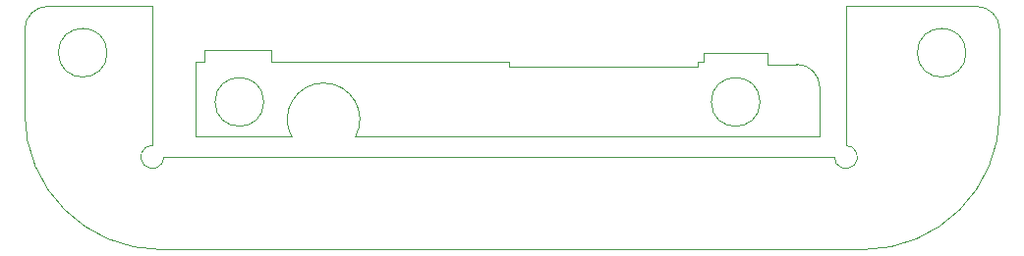
<source format=gm1>
%TF.GenerationSoftware,KiCad,Pcbnew,(5.1.6)-1*%
%TF.CreationDate,2020-06-21T21:40:31-07:00*%
%TF.ProjectId,FP_DMMG_IPS_Bracket,46505f44-4d4d-4475-9f49-50535f427261,rev?*%
%TF.SameCoordinates,Original*%
%TF.FileFunction,Profile,NP*%
%FSLAX46Y46*%
G04 Gerber Fmt 4.6, Leading zero omitted, Abs format (unit mm)*
G04 Created by KiCad (PCBNEW (5.1.6)-1) date 2020-06-21 21:40:31*
%MOMM*%
%LPD*%
G01*
G04 APERTURE LIST*
%TA.AperFunction,Profile*%
%ADD10C,0.050000*%
%TD*%
G04 APERTURE END LIST*
D10*
X59000000Y0D02*
X59000000Y-1000000D01*
X15600000Y-4250000D02*
G75*
G03*
X15600000Y-4250000I-2100000J0D01*
G01*
X53500000Y0D02*
X59000000Y0D01*
X10500000Y-750000D02*
X9750000Y-750000D01*
X53000000Y-1250000D02*
X53000000Y-750000D01*
X9750000Y-750000D02*
X9750000Y-7250000D01*
X36750000Y-750000D02*
X36750000Y-1250000D01*
X53000000Y-750000D02*
X53500000Y-750000D01*
X58350000Y-4250000D02*
G75*
G03*
X58350000Y-4250000I-2100000J0D01*
G01*
X16250000Y250000D02*
X16250000Y-750000D01*
X59000000Y-1000000D02*
X61500000Y-1000000D01*
X53500000Y-750000D02*
X53500000Y0D01*
X63500000Y-7250000D02*
X23499999Y-7249999D01*
X36750000Y-1250000D02*
X53000000Y-1250000D01*
X16250000Y-750000D02*
X36750000Y-750000D01*
X10500000Y250000D02*
X16250000Y250000D01*
X63500000Y-3000000D02*
X63500000Y-7250000D01*
X10500000Y250000D02*
X10500000Y-750000D01*
X18000001Y-7250000D02*
G75*
G02*
X23499999Y-7249999I2749999J1500000D01*
G01*
X18000001Y-7250000D02*
X9750000Y-7250000D01*
X61500000Y-1000000D02*
G75*
G02*
X63500000Y-3000000I0J-2000000D01*
G01*
X77000000Y4000000D02*
G75*
G02*
X79000000Y2000000I0J-2000000D01*
G01*
X-5000000Y2000000D02*
G75*
G02*
X-3000000Y4000000I2000000J0D01*
G01*
X7000000Y-9000000D02*
G75*
G02*
X6000000Y-8000000I-1000000J0D01*
G01*
X65750000Y-8000000D02*
G75*
G02*
X64750000Y-9000000I0J-1000000D01*
G01*
X6750000Y-17000000D02*
G75*
G02*
X-5000000Y-5250000I0J11750000D01*
G01*
X79000000Y-5250000D02*
G75*
G02*
X67250000Y-17000000I-11750000J0D01*
G01*
X6000000Y4000000D02*
X-3000000Y4000000D01*
X65750000Y4000000D02*
X77000000Y4000000D01*
X7000000Y-9000000D02*
X64750000Y-9000000D01*
X6000000Y4000000D02*
X6000000Y-8000000D01*
X65750000Y4000000D02*
X65750000Y-8000000D01*
X67250000Y-17000000D02*
X6750000Y-17000000D01*
X79000000Y2000000D02*
X79000000Y-5250000D01*
X-5000000Y2000000D02*
X-5000000Y-5250000D01*
X76100000Y0D02*
G75*
G03*
X76100000Y0I-2100000J0D01*
G01*
X2100000Y0D02*
G75*
G03*
X2100000Y0I-2100000J0D01*
G01*
M02*

</source>
